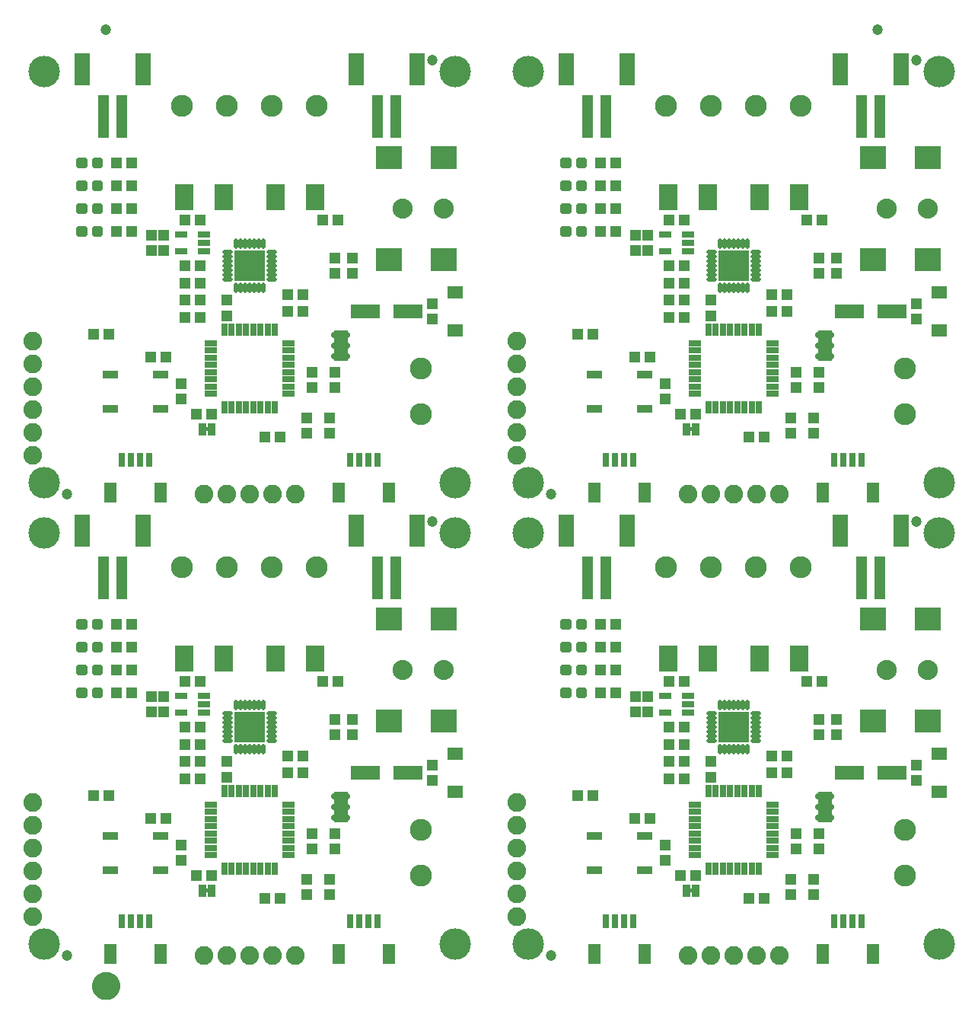
<source format=gts>
G75*
%MOIN*%
%OFA0B0*%
%FSLAX25Y25*%
%IPPOS*%
%LPD*%
%AMOC8*
5,1,8,0,0,1.08239X$1,22.5*
%
%ADD10R,0.04737X0.05131*%
%ADD11C,0.13800*%
%ADD12R,0.07887X0.11430*%
%ADD13R,0.05131X0.04737*%
%ADD14R,0.06587X0.05800*%
%ADD15R,0.11824X0.10249*%
%ADD16C,0.08800*%
%ADD17R,0.12611X0.06312*%
%ADD18C,0.01981*%
%ADD19R,0.13300X0.13300*%
%ADD20C,0.08200*%
%ADD21R,0.05524X0.08674*%
%ADD22R,0.03162X0.06115*%
%ADD23R,0.03300X0.05800*%
%ADD24C,0.00500*%
%ADD25C,0.01990*%
%ADD26C,0.02572*%
%ADD27R,0.06040X0.13760*%
%ADD28R,0.05800X0.03000*%
%ADD29R,0.03000X0.05800*%
%ADD30R,0.06800X0.03800*%
%ADD31R,0.04737X0.18910*%
%ADD32R,0.07099X0.14186*%
%ADD33C,0.09658*%
%ADD34R,0.05524X0.02965*%
%ADD35C,0.04737*%
%ADD36C,0.05000*%
%ADD37C,0.06706*%
D10*
X0108750Y0075154D03*
X0108750Y0081846D03*
X0128750Y0111654D03*
X0128750Y0118346D03*
X0101250Y0140154D03*
X0095750Y0140154D03*
X0095750Y0146846D03*
X0101250Y0146846D03*
X0166250Y0086846D03*
X0166250Y0080154D03*
X0176250Y0080154D03*
X0176250Y0086846D03*
X0173750Y0066846D03*
X0173750Y0060154D03*
X0163750Y0060154D03*
X0163750Y0066846D03*
X0218750Y0110154D03*
X0218750Y0116846D03*
X0183750Y0130154D03*
X0183750Y0136846D03*
X0176250Y0136846D03*
X0176250Y0130154D03*
X0307750Y0140154D03*
X0313250Y0140154D03*
X0313250Y0146846D03*
X0307750Y0146846D03*
X0340750Y0118346D03*
X0340750Y0111654D03*
X0320750Y0081846D03*
X0320750Y0075154D03*
X0375750Y0066846D03*
X0375750Y0060154D03*
X0385750Y0060154D03*
X0385750Y0066846D03*
X0388250Y0080154D03*
X0388250Y0086846D03*
X0378250Y0086846D03*
X0378250Y0080154D03*
X0430750Y0110154D03*
X0430750Y0116846D03*
X0395750Y0130154D03*
X0395750Y0136846D03*
X0388250Y0136846D03*
X0388250Y0130154D03*
X0385750Y0262154D03*
X0385750Y0268846D03*
X0375750Y0268846D03*
X0375750Y0262154D03*
X0378250Y0282154D03*
X0378250Y0288846D03*
X0388250Y0288846D03*
X0388250Y0282154D03*
X0430750Y0312154D03*
X0430750Y0318846D03*
X0395750Y0332154D03*
X0395750Y0338846D03*
X0388250Y0338846D03*
X0388250Y0332154D03*
X0340750Y0320346D03*
X0340750Y0313654D03*
X0313250Y0342154D03*
X0307750Y0342154D03*
X0307750Y0348846D03*
X0313250Y0348846D03*
X0320750Y0283846D03*
X0320750Y0277154D03*
X0218750Y0312154D03*
X0218750Y0318846D03*
X0183750Y0332154D03*
X0183750Y0338846D03*
X0176250Y0338846D03*
X0176250Y0332154D03*
X0128750Y0320346D03*
X0128750Y0313654D03*
X0101250Y0342154D03*
X0095750Y0342154D03*
X0095750Y0348846D03*
X0101250Y0348846D03*
X0166250Y0288846D03*
X0166250Y0282154D03*
X0176250Y0282154D03*
X0176250Y0288846D03*
X0173750Y0268846D03*
X0173750Y0262154D03*
X0163750Y0262154D03*
X0163750Y0268846D03*
X0108750Y0277154D03*
X0108750Y0283846D03*
D11*
X0048750Y0038500D03*
X0228750Y0038500D03*
X0260750Y0038500D03*
X0440750Y0038500D03*
X0440750Y0218500D03*
X0440750Y0240500D03*
X0260750Y0240500D03*
X0260750Y0218500D03*
X0228750Y0218500D03*
X0228750Y0240500D03*
X0048750Y0240500D03*
X0048750Y0218500D03*
X0048750Y0420500D03*
X0228750Y0420500D03*
X0260750Y0420500D03*
X0440750Y0420500D03*
D12*
X0379411Y0365500D03*
X0362089Y0365500D03*
X0339411Y0365500D03*
X0322089Y0365500D03*
X0167411Y0365500D03*
X0150089Y0365500D03*
X0127411Y0365500D03*
X0110089Y0365500D03*
X0110089Y0163500D03*
X0127411Y0163500D03*
X0150089Y0163500D03*
X0167411Y0163500D03*
X0322089Y0163500D03*
X0339411Y0163500D03*
X0362089Y0163500D03*
X0379411Y0163500D03*
D13*
X0382904Y0153500D03*
X0389596Y0153500D03*
X0374096Y0121000D03*
X0367404Y0121000D03*
X0367404Y0113500D03*
X0374096Y0113500D03*
X0329096Y0111000D03*
X0322404Y0111000D03*
X0322404Y0118500D03*
X0329096Y0118500D03*
X0329096Y0126000D03*
X0322404Y0126000D03*
X0322404Y0133500D03*
X0329096Y0133500D03*
X0329096Y0153500D03*
X0322404Y0153500D03*
X0299096Y0148500D03*
X0292404Y0148500D03*
X0292404Y0158500D03*
X0299096Y0158500D03*
X0299096Y0168500D03*
X0292404Y0168500D03*
X0292404Y0178500D03*
X0299096Y0178500D03*
X0289096Y0103500D03*
X0282404Y0103500D03*
X0307404Y0093500D03*
X0314096Y0093500D03*
X0327404Y0068500D03*
X0334096Y0068500D03*
X0357404Y0058500D03*
X0364096Y0058500D03*
X0177596Y0153500D03*
X0170904Y0153500D03*
X0162096Y0121000D03*
X0155404Y0121000D03*
X0155404Y0113500D03*
X0162096Y0113500D03*
X0117096Y0111000D03*
X0110404Y0111000D03*
X0110404Y0118500D03*
X0117096Y0118500D03*
X0117096Y0126000D03*
X0110404Y0126000D03*
X0110404Y0133500D03*
X0117096Y0133500D03*
X0117096Y0153500D03*
X0110404Y0153500D03*
X0087096Y0148500D03*
X0080404Y0148500D03*
X0080404Y0158500D03*
X0087096Y0158500D03*
X0087096Y0168500D03*
X0080404Y0168500D03*
X0080404Y0178500D03*
X0087096Y0178500D03*
X0077096Y0103500D03*
X0070404Y0103500D03*
X0095404Y0093500D03*
X0102096Y0093500D03*
X0115404Y0068500D03*
X0122096Y0068500D03*
X0145404Y0058500D03*
X0152096Y0058500D03*
X0152096Y0260500D03*
X0145404Y0260500D03*
X0122096Y0270500D03*
X0115404Y0270500D03*
X0102096Y0295500D03*
X0095404Y0295500D03*
X0077096Y0305500D03*
X0070404Y0305500D03*
X0110404Y0313000D03*
X0117096Y0313000D03*
X0117096Y0320500D03*
X0110404Y0320500D03*
X0110404Y0328000D03*
X0117096Y0328000D03*
X0117096Y0335500D03*
X0110404Y0335500D03*
X0110404Y0355500D03*
X0117096Y0355500D03*
X0087096Y0350500D03*
X0080404Y0350500D03*
X0080404Y0360500D03*
X0087096Y0360500D03*
X0087096Y0370500D03*
X0080404Y0370500D03*
X0080404Y0380500D03*
X0087096Y0380500D03*
X0155404Y0323000D03*
X0162096Y0323000D03*
X0162096Y0315500D03*
X0155404Y0315500D03*
X0170904Y0355500D03*
X0177596Y0355500D03*
X0282404Y0305500D03*
X0289096Y0305500D03*
X0307404Y0295500D03*
X0314096Y0295500D03*
X0322404Y0313000D03*
X0329096Y0313000D03*
X0329096Y0320500D03*
X0322404Y0320500D03*
X0322404Y0328000D03*
X0329096Y0328000D03*
X0329096Y0335500D03*
X0322404Y0335500D03*
X0322404Y0355500D03*
X0329096Y0355500D03*
X0299096Y0350500D03*
X0292404Y0350500D03*
X0292404Y0360500D03*
X0299096Y0360500D03*
X0299096Y0370500D03*
X0292404Y0370500D03*
X0292404Y0380500D03*
X0299096Y0380500D03*
X0367404Y0323000D03*
X0374096Y0323000D03*
X0374096Y0315500D03*
X0367404Y0315500D03*
X0382904Y0355500D03*
X0389596Y0355500D03*
X0334096Y0270500D03*
X0327404Y0270500D03*
X0357404Y0260500D03*
X0364096Y0260500D03*
D14*
X0440750Y0307035D03*
X0440750Y0323965D03*
X0228750Y0323965D03*
X0228750Y0307035D03*
X0228750Y0121965D03*
X0228750Y0105035D03*
X0440750Y0105035D03*
X0440750Y0121965D03*
D15*
X0435750Y0136059D03*
X0411734Y0136059D03*
X0411734Y0180941D03*
X0435750Y0180941D03*
X0435750Y0338059D03*
X0411734Y0338059D03*
X0411734Y0382941D03*
X0435750Y0382941D03*
X0223750Y0382941D03*
X0199734Y0382941D03*
X0199734Y0338059D03*
X0223750Y0338059D03*
X0223750Y0180941D03*
X0199734Y0180941D03*
X0199734Y0136059D03*
X0223750Y0136059D03*
D16*
X0223750Y0158500D03*
X0205750Y0158500D03*
X0417750Y0158500D03*
X0435750Y0158500D03*
X0435750Y0360500D03*
X0417750Y0360500D03*
X0223750Y0360500D03*
X0205750Y0360500D03*
D17*
X0208199Y0315500D03*
X0189301Y0315500D03*
X0401301Y0315500D03*
X0420199Y0315500D03*
X0420199Y0113500D03*
X0401301Y0113500D03*
X0208199Y0113500D03*
X0189301Y0113500D03*
D18*
X0147096Y0127594D02*
X0147096Y0127594D01*
X0149616Y0127594D01*
X0149616Y0127594D01*
X0147096Y0127594D01*
X0147096Y0129563D02*
X0147096Y0129563D01*
X0149616Y0129563D01*
X0149616Y0129563D01*
X0147096Y0129563D01*
X0147096Y0131531D02*
X0147096Y0131531D01*
X0149616Y0131531D01*
X0149616Y0131531D01*
X0147096Y0131531D01*
X0147096Y0133500D02*
X0147096Y0133500D01*
X0149616Y0133500D01*
X0149616Y0133500D01*
X0147096Y0133500D01*
X0147096Y0135469D02*
X0147096Y0135469D01*
X0149616Y0135469D01*
X0149616Y0135469D01*
X0147096Y0135469D01*
X0147096Y0137437D02*
X0147096Y0137437D01*
X0149616Y0137437D01*
X0149616Y0137437D01*
X0147096Y0137437D01*
X0147096Y0139406D02*
X0147096Y0139406D01*
X0149616Y0139406D01*
X0149616Y0139406D01*
X0147096Y0139406D01*
X0144656Y0141846D02*
X0144656Y0141846D01*
X0144656Y0144366D01*
X0144656Y0144366D01*
X0144656Y0141846D01*
X0144656Y0143728D02*
X0144656Y0143728D01*
X0142687Y0141846D02*
X0142687Y0141846D01*
X0142687Y0144366D01*
X0142687Y0144366D01*
X0142687Y0141846D01*
X0142687Y0143728D02*
X0142687Y0143728D01*
X0140719Y0141846D02*
X0140719Y0141846D01*
X0140719Y0144366D01*
X0140719Y0144366D01*
X0140719Y0141846D01*
X0140719Y0143728D02*
X0140719Y0143728D01*
X0138750Y0141846D02*
X0138750Y0141846D01*
X0138750Y0144366D01*
X0138750Y0144366D01*
X0138750Y0141846D01*
X0138750Y0143728D02*
X0138750Y0143728D01*
X0136781Y0141846D02*
X0136781Y0141846D01*
X0136781Y0144366D01*
X0136781Y0144366D01*
X0136781Y0141846D01*
X0136781Y0143728D02*
X0136781Y0143728D01*
X0134813Y0141846D02*
X0134813Y0141846D01*
X0134813Y0144366D01*
X0134813Y0144366D01*
X0134813Y0141846D01*
X0134813Y0143728D02*
X0134813Y0143728D01*
X0132844Y0141846D02*
X0132844Y0141846D01*
X0132844Y0144366D01*
X0132844Y0144366D01*
X0132844Y0141846D01*
X0132844Y0143728D02*
X0132844Y0143728D01*
X0130404Y0139406D02*
X0130404Y0139406D01*
X0127884Y0139406D01*
X0127884Y0139406D01*
X0130404Y0139406D01*
X0130404Y0137437D02*
X0130404Y0137437D01*
X0127884Y0137437D01*
X0127884Y0137437D01*
X0130404Y0137437D01*
X0130404Y0135469D02*
X0130404Y0135469D01*
X0127884Y0135469D01*
X0127884Y0135469D01*
X0130404Y0135469D01*
X0130404Y0133500D02*
X0130404Y0133500D01*
X0127884Y0133500D01*
X0127884Y0133500D01*
X0130404Y0133500D01*
X0130404Y0131531D02*
X0130404Y0131531D01*
X0127884Y0131531D01*
X0127884Y0131531D01*
X0130404Y0131531D01*
X0130404Y0129563D02*
X0130404Y0129563D01*
X0127884Y0129563D01*
X0127884Y0129563D01*
X0130404Y0129563D01*
X0130404Y0127594D02*
X0130404Y0127594D01*
X0127884Y0127594D01*
X0127884Y0127594D01*
X0130404Y0127594D01*
X0132844Y0125154D02*
X0132844Y0125154D01*
X0132844Y0122634D01*
X0132844Y0122634D01*
X0132844Y0125154D01*
X0132844Y0124516D02*
X0132844Y0124516D01*
X0134813Y0125154D02*
X0134813Y0125154D01*
X0134813Y0122634D01*
X0134813Y0122634D01*
X0134813Y0125154D01*
X0134813Y0124516D02*
X0134813Y0124516D01*
X0136781Y0125154D02*
X0136781Y0125154D01*
X0136781Y0122634D01*
X0136781Y0122634D01*
X0136781Y0125154D01*
X0136781Y0124516D02*
X0136781Y0124516D01*
X0138750Y0125154D02*
X0138750Y0125154D01*
X0138750Y0122634D01*
X0138750Y0122634D01*
X0138750Y0125154D01*
X0138750Y0124516D02*
X0138750Y0124516D01*
X0140719Y0125154D02*
X0140719Y0125154D01*
X0140719Y0122634D01*
X0140719Y0122634D01*
X0140719Y0125154D01*
X0140719Y0124516D02*
X0140719Y0124516D01*
X0142687Y0125154D02*
X0142687Y0125154D01*
X0142687Y0122634D01*
X0142687Y0122634D01*
X0142687Y0125154D01*
X0142687Y0124516D02*
X0142687Y0124516D01*
X0144656Y0125154D02*
X0144656Y0125154D01*
X0144656Y0122634D01*
X0144656Y0122634D01*
X0144656Y0125154D01*
X0144656Y0124516D02*
X0144656Y0124516D01*
X0342404Y0127594D02*
X0342404Y0127594D01*
X0339884Y0127594D01*
X0339884Y0127594D01*
X0342404Y0127594D01*
X0342404Y0129563D02*
X0342404Y0129563D01*
X0339884Y0129563D01*
X0339884Y0129563D01*
X0342404Y0129563D01*
X0342404Y0131531D02*
X0342404Y0131531D01*
X0339884Y0131531D01*
X0339884Y0131531D01*
X0342404Y0131531D01*
X0342404Y0133500D02*
X0342404Y0133500D01*
X0339884Y0133500D01*
X0339884Y0133500D01*
X0342404Y0133500D01*
X0342404Y0135469D02*
X0342404Y0135469D01*
X0339884Y0135469D01*
X0339884Y0135469D01*
X0342404Y0135469D01*
X0342404Y0137437D02*
X0342404Y0137437D01*
X0339884Y0137437D01*
X0339884Y0137437D01*
X0342404Y0137437D01*
X0342404Y0139406D02*
X0342404Y0139406D01*
X0339884Y0139406D01*
X0339884Y0139406D01*
X0342404Y0139406D01*
X0344844Y0141846D02*
X0344844Y0141846D01*
X0344844Y0144366D01*
X0344844Y0144366D01*
X0344844Y0141846D01*
X0344844Y0143728D02*
X0344844Y0143728D01*
X0346813Y0141846D02*
X0346813Y0141846D01*
X0346813Y0144366D01*
X0346813Y0144366D01*
X0346813Y0141846D01*
X0346813Y0143728D02*
X0346813Y0143728D01*
X0348781Y0141846D02*
X0348781Y0141846D01*
X0348781Y0144366D01*
X0348781Y0144366D01*
X0348781Y0141846D01*
X0348781Y0143728D02*
X0348781Y0143728D01*
X0350750Y0141846D02*
X0350750Y0141846D01*
X0350750Y0144366D01*
X0350750Y0144366D01*
X0350750Y0141846D01*
X0350750Y0143728D02*
X0350750Y0143728D01*
X0352719Y0141846D02*
X0352719Y0141846D01*
X0352719Y0144366D01*
X0352719Y0144366D01*
X0352719Y0141846D01*
X0352719Y0143728D02*
X0352719Y0143728D01*
X0354687Y0141846D02*
X0354687Y0141846D01*
X0354687Y0144366D01*
X0354687Y0144366D01*
X0354687Y0141846D01*
X0354687Y0143728D02*
X0354687Y0143728D01*
X0356656Y0141846D02*
X0356656Y0141846D01*
X0356656Y0144366D01*
X0356656Y0144366D01*
X0356656Y0141846D01*
X0356656Y0143728D02*
X0356656Y0143728D01*
X0359096Y0139406D02*
X0359096Y0139406D01*
X0361616Y0139406D01*
X0361616Y0139406D01*
X0359096Y0139406D01*
X0359096Y0137437D02*
X0359096Y0137437D01*
X0361616Y0137437D01*
X0361616Y0137437D01*
X0359096Y0137437D01*
X0359096Y0135469D02*
X0359096Y0135469D01*
X0361616Y0135469D01*
X0361616Y0135469D01*
X0359096Y0135469D01*
X0359096Y0133500D02*
X0359096Y0133500D01*
X0361616Y0133500D01*
X0361616Y0133500D01*
X0359096Y0133500D01*
X0359096Y0131531D02*
X0359096Y0131531D01*
X0361616Y0131531D01*
X0361616Y0131531D01*
X0359096Y0131531D01*
X0359096Y0129563D02*
X0359096Y0129563D01*
X0361616Y0129563D01*
X0361616Y0129563D01*
X0359096Y0129563D01*
X0359096Y0127594D02*
X0359096Y0127594D01*
X0361616Y0127594D01*
X0361616Y0127594D01*
X0359096Y0127594D01*
X0356656Y0125154D02*
X0356656Y0125154D01*
X0356656Y0122634D01*
X0356656Y0122634D01*
X0356656Y0125154D01*
X0356656Y0124516D02*
X0356656Y0124516D01*
X0354687Y0125154D02*
X0354687Y0125154D01*
X0354687Y0122634D01*
X0354687Y0122634D01*
X0354687Y0125154D01*
X0354687Y0124516D02*
X0354687Y0124516D01*
X0352719Y0125154D02*
X0352719Y0125154D01*
X0352719Y0122634D01*
X0352719Y0122634D01*
X0352719Y0125154D01*
X0352719Y0124516D02*
X0352719Y0124516D01*
X0350750Y0125154D02*
X0350750Y0125154D01*
X0350750Y0122634D01*
X0350750Y0122634D01*
X0350750Y0125154D01*
X0350750Y0124516D02*
X0350750Y0124516D01*
X0348781Y0125154D02*
X0348781Y0125154D01*
X0348781Y0122634D01*
X0348781Y0122634D01*
X0348781Y0125154D01*
X0348781Y0124516D02*
X0348781Y0124516D01*
X0346813Y0125154D02*
X0346813Y0125154D01*
X0346813Y0122634D01*
X0346813Y0122634D01*
X0346813Y0125154D01*
X0346813Y0124516D02*
X0346813Y0124516D01*
X0344844Y0125154D02*
X0344844Y0125154D01*
X0344844Y0122634D01*
X0344844Y0122634D01*
X0344844Y0125154D01*
X0344844Y0124516D02*
X0344844Y0124516D01*
X0344844Y0327154D02*
X0344844Y0327154D01*
X0344844Y0324634D01*
X0344844Y0324634D01*
X0344844Y0327154D01*
X0344844Y0326516D02*
X0344844Y0326516D01*
X0346813Y0327154D02*
X0346813Y0327154D01*
X0346813Y0324634D01*
X0346813Y0324634D01*
X0346813Y0327154D01*
X0346813Y0326516D02*
X0346813Y0326516D01*
X0348781Y0327154D02*
X0348781Y0327154D01*
X0348781Y0324634D01*
X0348781Y0324634D01*
X0348781Y0327154D01*
X0348781Y0326516D02*
X0348781Y0326516D01*
X0350750Y0327154D02*
X0350750Y0327154D01*
X0350750Y0324634D01*
X0350750Y0324634D01*
X0350750Y0327154D01*
X0350750Y0326516D02*
X0350750Y0326516D01*
X0352719Y0327154D02*
X0352719Y0327154D01*
X0352719Y0324634D01*
X0352719Y0324634D01*
X0352719Y0327154D01*
X0352719Y0326516D02*
X0352719Y0326516D01*
X0354687Y0327154D02*
X0354687Y0327154D01*
X0354687Y0324634D01*
X0354687Y0324634D01*
X0354687Y0327154D01*
X0354687Y0326516D02*
X0354687Y0326516D01*
X0356656Y0327154D02*
X0356656Y0327154D01*
X0356656Y0324634D01*
X0356656Y0324634D01*
X0356656Y0327154D01*
X0356656Y0326516D02*
X0356656Y0326516D01*
X0359096Y0329594D02*
X0359096Y0329594D01*
X0361616Y0329594D01*
X0361616Y0329594D01*
X0359096Y0329594D01*
X0359096Y0331563D02*
X0359096Y0331563D01*
X0361616Y0331563D01*
X0361616Y0331563D01*
X0359096Y0331563D01*
X0359096Y0333531D02*
X0359096Y0333531D01*
X0361616Y0333531D01*
X0361616Y0333531D01*
X0359096Y0333531D01*
X0359096Y0335500D02*
X0359096Y0335500D01*
X0361616Y0335500D01*
X0361616Y0335500D01*
X0359096Y0335500D01*
X0359096Y0337469D02*
X0359096Y0337469D01*
X0361616Y0337469D01*
X0361616Y0337469D01*
X0359096Y0337469D01*
X0359096Y0339437D02*
X0359096Y0339437D01*
X0361616Y0339437D01*
X0361616Y0339437D01*
X0359096Y0339437D01*
X0359096Y0341406D02*
X0359096Y0341406D01*
X0361616Y0341406D01*
X0361616Y0341406D01*
X0359096Y0341406D01*
X0356656Y0343846D02*
X0356656Y0343846D01*
X0356656Y0346366D01*
X0356656Y0346366D01*
X0356656Y0343846D01*
X0356656Y0345728D02*
X0356656Y0345728D01*
X0354687Y0343846D02*
X0354687Y0343846D01*
X0354687Y0346366D01*
X0354687Y0346366D01*
X0354687Y0343846D01*
X0354687Y0345728D02*
X0354687Y0345728D01*
X0352719Y0343846D02*
X0352719Y0343846D01*
X0352719Y0346366D01*
X0352719Y0346366D01*
X0352719Y0343846D01*
X0352719Y0345728D02*
X0352719Y0345728D01*
X0350750Y0343846D02*
X0350750Y0343846D01*
X0350750Y0346366D01*
X0350750Y0346366D01*
X0350750Y0343846D01*
X0350750Y0345728D02*
X0350750Y0345728D01*
X0348781Y0343846D02*
X0348781Y0343846D01*
X0348781Y0346366D01*
X0348781Y0346366D01*
X0348781Y0343846D01*
X0348781Y0345728D02*
X0348781Y0345728D01*
X0346813Y0343846D02*
X0346813Y0343846D01*
X0346813Y0346366D01*
X0346813Y0346366D01*
X0346813Y0343846D01*
X0346813Y0345728D02*
X0346813Y0345728D01*
X0344844Y0343846D02*
X0344844Y0343846D01*
X0344844Y0346366D01*
X0344844Y0346366D01*
X0344844Y0343846D01*
X0344844Y0345728D02*
X0344844Y0345728D01*
X0342404Y0341406D02*
X0342404Y0341406D01*
X0339884Y0341406D01*
X0339884Y0341406D01*
X0342404Y0341406D01*
X0342404Y0339437D02*
X0342404Y0339437D01*
X0339884Y0339437D01*
X0339884Y0339437D01*
X0342404Y0339437D01*
X0342404Y0337469D02*
X0342404Y0337469D01*
X0339884Y0337469D01*
X0339884Y0337469D01*
X0342404Y0337469D01*
X0342404Y0335500D02*
X0342404Y0335500D01*
X0339884Y0335500D01*
X0339884Y0335500D01*
X0342404Y0335500D01*
X0342404Y0333531D02*
X0342404Y0333531D01*
X0339884Y0333531D01*
X0339884Y0333531D01*
X0342404Y0333531D01*
X0342404Y0331563D02*
X0342404Y0331563D01*
X0339884Y0331563D01*
X0339884Y0331563D01*
X0342404Y0331563D01*
X0342404Y0329594D02*
X0342404Y0329594D01*
X0339884Y0329594D01*
X0339884Y0329594D01*
X0342404Y0329594D01*
X0147096Y0329594D02*
X0147096Y0329594D01*
X0149616Y0329594D01*
X0149616Y0329594D01*
X0147096Y0329594D01*
X0147096Y0331563D02*
X0147096Y0331563D01*
X0149616Y0331563D01*
X0149616Y0331563D01*
X0147096Y0331563D01*
X0147096Y0333531D02*
X0147096Y0333531D01*
X0149616Y0333531D01*
X0149616Y0333531D01*
X0147096Y0333531D01*
X0147096Y0335500D02*
X0147096Y0335500D01*
X0149616Y0335500D01*
X0149616Y0335500D01*
X0147096Y0335500D01*
X0147096Y0337469D02*
X0147096Y0337469D01*
X0149616Y0337469D01*
X0149616Y0337469D01*
X0147096Y0337469D01*
X0147096Y0339437D02*
X0147096Y0339437D01*
X0149616Y0339437D01*
X0149616Y0339437D01*
X0147096Y0339437D01*
X0147096Y0341406D02*
X0147096Y0341406D01*
X0149616Y0341406D01*
X0149616Y0341406D01*
X0147096Y0341406D01*
X0144656Y0343846D02*
X0144656Y0343846D01*
X0144656Y0346366D01*
X0144656Y0346366D01*
X0144656Y0343846D01*
X0144656Y0345728D02*
X0144656Y0345728D01*
X0142687Y0343846D02*
X0142687Y0343846D01*
X0142687Y0346366D01*
X0142687Y0346366D01*
X0142687Y0343846D01*
X0142687Y0345728D02*
X0142687Y0345728D01*
X0140719Y0343846D02*
X0140719Y0343846D01*
X0140719Y0346366D01*
X0140719Y0346366D01*
X0140719Y0343846D01*
X0140719Y0345728D02*
X0140719Y0345728D01*
X0138750Y0343846D02*
X0138750Y0343846D01*
X0138750Y0346366D01*
X0138750Y0346366D01*
X0138750Y0343846D01*
X0138750Y0345728D02*
X0138750Y0345728D01*
X0136781Y0343846D02*
X0136781Y0343846D01*
X0136781Y0346366D01*
X0136781Y0346366D01*
X0136781Y0343846D01*
X0136781Y0345728D02*
X0136781Y0345728D01*
X0134813Y0343846D02*
X0134813Y0343846D01*
X0134813Y0346366D01*
X0134813Y0346366D01*
X0134813Y0343846D01*
X0134813Y0345728D02*
X0134813Y0345728D01*
X0132844Y0343846D02*
X0132844Y0343846D01*
X0132844Y0346366D01*
X0132844Y0346366D01*
X0132844Y0343846D01*
X0132844Y0345728D02*
X0132844Y0345728D01*
X0130404Y0341406D02*
X0130404Y0341406D01*
X0127884Y0341406D01*
X0127884Y0341406D01*
X0130404Y0341406D01*
X0130404Y0339437D02*
X0130404Y0339437D01*
X0127884Y0339437D01*
X0127884Y0339437D01*
X0130404Y0339437D01*
X0130404Y0337469D02*
X0130404Y0337469D01*
X0127884Y0337469D01*
X0127884Y0337469D01*
X0130404Y0337469D01*
X0130404Y0335500D02*
X0130404Y0335500D01*
X0127884Y0335500D01*
X0127884Y0335500D01*
X0130404Y0335500D01*
X0130404Y0333531D02*
X0130404Y0333531D01*
X0127884Y0333531D01*
X0127884Y0333531D01*
X0130404Y0333531D01*
X0130404Y0331563D02*
X0130404Y0331563D01*
X0127884Y0331563D01*
X0127884Y0331563D01*
X0130404Y0331563D01*
X0130404Y0329594D02*
X0130404Y0329594D01*
X0127884Y0329594D01*
X0127884Y0329594D01*
X0130404Y0329594D01*
X0132844Y0327154D02*
X0132844Y0327154D01*
X0132844Y0324634D01*
X0132844Y0324634D01*
X0132844Y0327154D01*
X0132844Y0326516D02*
X0132844Y0326516D01*
X0134813Y0327154D02*
X0134813Y0327154D01*
X0134813Y0324634D01*
X0134813Y0324634D01*
X0134813Y0327154D01*
X0134813Y0326516D02*
X0134813Y0326516D01*
X0136781Y0327154D02*
X0136781Y0327154D01*
X0136781Y0324634D01*
X0136781Y0324634D01*
X0136781Y0327154D01*
X0136781Y0326516D02*
X0136781Y0326516D01*
X0138750Y0327154D02*
X0138750Y0327154D01*
X0138750Y0324634D01*
X0138750Y0324634D01*
X0138750Y0327154D01*
X0138750Y0326516D02*
X0138750Y0326516D01*
X0140719Y0327154D02*
X0140719Y0327154D01*
X0140719Y0324634D01*
X0140719Y0324634D01*
X0140719Y0327154D01*
X0140719Y0326516D02*
X0140719Y0326516D01*
X0142687Y0327154D02*
X0142687Y0327154D01*
X0142687Y0324634D01*
X0142687Y0324634D01*
X0142687Y0327154D01*
X0142687Y0326516D02*
X0142687Y0326516D01*
X0144656Y0327154D02*
X0144656Y0327154D01*
X0144656Y0324634D01*
X0144656Y0324634D01*
X0144656Y0327154D01*
X0144656Y0326516D02*
X0144656Y0326516D01*
D19*
X0138750Y0335500D03*
X0350750Y0335500D03*
X0350750Y0133500D03*
X0138750Y0133500D03*
D20*
X0043750Y0100500D03*
X0043750Y0090500D03*
X0043750Y0080500D03*
X0043750Y0070500D03*
X0043750Y0060500D03*
X0043750Y0050500D03*
X0118750Y0033500D03*
X0128750Y0033500D03*
X0138750Y0033500D03*
X0148750Y0033500D03*
X0158750Y0033500D03*
X0255750Y0050500D03*
X0255750Y0060500D03*
X0255750Y0070500D03*
X0255750Y0080500D03*
X0255750Y0090500D03*
X0255750Y0100500D03*
X0330750Y0033500D03*
X0340750Y0033500D03*
X0350750Y0033500D03*
X0360750Y0033500D03*
X0370750Y0033500D03*
X0370750Y0235500D03*
X0360750Y0235500D03*
X0350750Y0235500D03*
X0340750Y0235500D03*
X0330750Y0235500D03*
X0255750Y0252500D03*
X0255750Y0262500D03*
X0255750Y0272500D03*
X0255750Y0282500D03*
X0255750Y0292500D03*
X0255750Y0302500D03*
X0158750Y0235500D03*
X0148750Y0235500D03*
X0138750Y0235500D03*
X0128750Y0235500D03*
X0118750Y0235500D03*
X0043750Y0252500D03*
X0043750Y0262500D03*
X0043750Y0272500D03*
X0043750Y0282500D03*
X0043750Y0292500D03*
X0043750Y0302500D03*
D21*
X0077726Y0236031D03*
X0099774Y0236031D03*
X0177726Y0236031D03*
X0199774Y0236031D03*
X0289726Y0236031D03*
X0311774Y0236031D03*
X0389726Y0236031D03*
X0411774Y0236031D03*
X0411774Y0034031D03*
X0389726Y0034031D03*
X0311774Y0034031D03*
X0289726Y0034031D03*
X0199774Y0034031D03*
X0177726Y0034031D03*
X0099774Y0034031D03*
X0077726Y0034031D03*
D22*
X0082844Y0048500D03*
X0086781Y0048500D03*
X0090719Y0048500D03*
X0094656Y0048500D03*
X0182844Y0048500D03*
X0186781Y0048500D03*
X0190719Y0048500D03*
X0194656Y0048500D03*
X0294844Y0048500D03*
X0298781Y0048500D03*
X0302719Y0048500D03*
X0306656Y0048500D03*
X0394844Y0048500D03*
X0398781Y0048500D03*
X0402719Y0048500D03*
X0406656Y0048500D03*
X0406656Y0250500D03*
X0402719Y0250500D03*
X0398781Y0250500D03*
X0394844Y0250500D03*
X0306656Y0250500D03*
X0302719Y0250500D03*
X0298781Y0250500D03*
X0294844Y0250500D03*
X0194656Y0250500D03*
X0190719Y0250500D03*
X0186781Y0250500D03*
X0182844Y0250500D03*
X0094656Y0250500D03*
X0090719Y0250500D03*
X0086781Y0250500D03*
X0082844Y0250500D03*
D23*
X0118250Y0264000D03*
X0122250Y0264000D03*
X0330250Y0264000D03*
X0334250Y0264000D03*
X0334250Y0062000D03*
X0330250Y0062000D03*
X0122250Y0062000D03*
X0118250Y0062000D03*
D24*
X0119500Y0061900D02*
X0121000Y0061900D01*
X0121000Y0061500D02*
X0121000Y0062500D01*
X0119500Y0062500D01*
X0119500Y0061500D01*
X0121000Y0061500D01*
X0121000Y0062399D02*
X0119500Y0062399D01*
X0331500Y0062399D02*
X0333000Y0062399D01*
X0333000Y0062500D02*
X0333000Y0061500D01*
X0331500Y0061500D01*
X0331500Y0062500D01*
X0333000Y0062500D01*
X0333000Y0061900D02*
X0331500Y0061900D01*
X0331500Y0263500D02*
X0331500Y0264500D01*
X0333000Y0264500D01*
X0333000Y0263500D01*
X0331500Y0263500D01*
X0331500Y0263797D02*
X0333000Y0263797D01*
X0333000Y0264296D02*
X0331500Y0264296D01*
X0121000Y0264296D02*
X0119500Y0264296D01*
X0119500Y0264500D02*
X0121000Y0264500D01*
X0121000Y0263500D01*
X0119500Y0263500D01*
X0119500Y0264500D01*
X0119500Y0263797D02*
X0121000Y0263797D01*
D25*
X0073576Y0179873D02*
X0073576Y0177127D01*
X0070830Y0177127D01*
X0070830Y0179873D01*
X0073576Y0179873D01*
X0073576Y0179017D02*
X0070830Y0179017D01*
X0066670Y0179873D02*
X0066670Y0177127D01*
X0063924Y0177127D01*
X0063924Y0179873D01*
X0066670Y0179873D01*
X0066670Y0179017D02*
X0063924Y0179017D01*
X0066670Y0169873D02*
X0066670Y0167127D01*
X0063924Y0167127D01*
X0063924Y0169873D01*
X0066670Y0169873D01*
X0066670Y0169017D02*
X0063924Y0169017D01*
X0073576Y0169873D02*
X0073576Y0167127D01*
X0070830Y0167127D01*
X0070830Y0169873D01*
X0073576Y0169873D01*
X0073576Y0169017D02*
X0070830Y0169017D01*
X0073576Y0159873D02*
X0073576Y0157127D01*
X0070830Y0157127D01*
X0070830Y0159873D01*
X0073576Y0159873D01*
X0073576Y0159017D02*
X0070830Y0159017D01*
X0066670Y0159873D02*
X0066670Y0157127D01*
X0063924Y0157127D01*
X0063924Y0159873D01*
X0066670Y0159873D01*
X0066670Y0159017D02*
X0063924Y0159017D01*
X0066670Y0149873D02*
X0066670Y0147127D01*
X0063924Y0147127D01*
X0063924Y0149873D01*
X0066670Y0149873D01*
X0066670Y0149017D02*
X0063924Y0149017D01*
X0073576Y0149873D02*
X0073576Y0147127D01*
X0070830Y0147127D01*
X0070830Y0149873D01*
X0073576Y0149873D01*
X0073576Y0149017D02*
X0070830Y0149017D01*
X0278670Y0149873D02*
X0278670Y0147127D01*
X0275924Y0147127D01*
X0275924Y0149873D01*
X0278670Y0149873D01*
X0278670Y0149017D02*
X0275924Y0149017D01*
X0285576Y0149873D02*
X0285576Y0147127D01*
X0282830Y0147127D01*
X0282830Y0149873D01*
X0285576Y0149873D01*
X0285576Y0149017D02*
X0282830Y0149017D01*
X0285576Y0157127D02*
X0285576Y0159873D01*
X0285576Y0157127D02*
X0282830Y0157127D01*
X0282830Y0159873D01*
X0285576Y0159873D01*
X0285576Y0159017D02*
X0282830Y0159017D01*
X0278670Y0159873D02*
X0278670Y0157127D01*
X0275924Y0157127D01*
X0275924Y0159873D01*
X0278670Y0159873D01*
X0278670Y0159017D02*
X0275924Y0159017D01*
X0278670Y0167127D02*
X0278670Y0169873D01*
X0278670Y0167127D02*
X0275924Y0167127D01*
X0275924Y0169873D01*
X0278670Y0169873D01*
X0278670Y0169017D02*
X0275924Y0169017D01*
X0285576Y0169873D02*
X0285576Y0167127D01*
X0282830Y0167127D01*
X0282830Y0169873D01*
X0285576Y0169873D01*
X0285576Y0169017D02*
X0282830Y0169017D01*
X0285576Y0177127D02*
X0285576Y0179873D01*
X0285576Y0177127D02*
X0282830Y0177127D01*
X0282830Y0179873D01*
X0285576Y0179873D01*
X0285576Y0179017D02*
X0282830Y0179017D01*
X0278670Y0179873D02*
X0278670Y0177127D01*
X0275924Y0177127D01*
X0275924Y0179873D01*
X0278670Y0179873D01*
X0278670Y0179017D02*
X0275924Y0179017D01*
X0278670Y0349127D02*
X0278670Y0351873D01*
X0278670Y0349127D02*
X0275924Y0349127D01*
X0275924Y0351873D01*
X0278670Y0351873D01*
X0278670Y0351017D02*
X0275924Y0351017D01*
X0285576Y0351873D02*
X0285576Y0349127D01*
X0282830Y0349127D01*
X0282830Y0351873D01*
X0285576Y0351873D01*
X0285576Y0351017D02*
X0282830Y0351017D01*
X0285576Y0359127D02*
X0285576Y0361873D01*
X0285576Y0359127D02*
X0282830Y0359127D01*
X0282830Y0361873D01*
X0285576Y0361873D01*
X0285576Y0361017D02*
X0282830Y0361017D01*
X0278670Y0361873D02*
X0278670Y0359127D01*
X0275924Y0359127D01*
X0275924Y0361873D01*
X0278670Y0361873D01*
X0278670Y0361017D02*
X0275924Y0361017D01*
X0278670Y0369127D02*
X0278670Y0371873D01*
X0278670Y0369127D02*
X0275924Y0369127D01*
X0275924Y0371873D01*
X0278670Y0371873D01*
X0278670Y0371017D02*
X0275924Y0371017D01*
X0285576Y0371873D02*
X0285576Y0369127D01*
X0282830Y0369127D01*
X0282830Y0371873D01*
X0285576Y0371873D01*
X0285576Y0371017D02*
X0282830Y0371017D01*
X0285576Y0379127D02*
X0285576Y0381873D01*
X0285576Y0379127D02*
X0282830Y0379127D01*
X0282830Y0381873D01*
X0285576Y0381873D01*
X0285576Y0381017D02*
X0282830Y0381017D01*
X0278670Y0381873D02*
X0278670Y0379127D01*
X0275924Y0379127D01*
X0275924Y0381873D01*
X0278670Y0381873D01*
X0278670Y0381017D02*
X0275924Y0381017D01*
X0073576Y0381873D02*
X0073576Y0379127D01*
X0070830Y0379127D01*
X0070830Y0381873D01*
X0073576Y0381873D01*
X0073576Y0381017D02*
X0070830Y0381017D01*
X0066670Y0381873D02*
X0066670Y0379127D01*
X0063924Y0379127D01*
X0063924Y0381873D01*
X0066670Y0381873D01*
X0066670Y0381017D02*
X0063924Y0381017D01*
X0066670Y0371873D02*
X0066670Y0369127D01*
X0063924Y0369127D01*
X0063924Y0371873D01*
X0066670Y0371873D01*
X0066670Y0371017D02*
X0063924Y0371017D01*
X0073576Y0371873D02*
X0073576Y0369127D01*
X0070830Y0369127D01*
X0070830Y0371873D01*
X0073576Y0371873D01*
X0073576Y0371017D02*
X0070830Y0371017D01*
X0073576Y0361873D02*
X0073576Y0359127D01*
X0070830Y0359127D01*
X0070830Y0361873D01*
X0073576Y0361873D01*
X0073576Y0361017D02*
X0070830Y0361017D01*
X0066670Y0361873D02*
X0066670Y0359127D01*
X0063924Y0359127D01*
X0063924Y0361873D01*
X0066670Y0361873D01*
X0066670Y0361017D02*
X0063924Y0361017D01*
X0066670Y0351873D02*
X0066670Y0349127D01*
X0063924Y0349127D01*
X0063924Y0351873D01*
X0066670Y0351873D01*
X0066670Y0351017D02*
X0063924Y0351017D01*
X0073576Y0351873D02*
X0073576Y0349127D01*
X0070830Y0349127D01*
X0070830Y0351873D01*
X0073576Y0351873D01*
X0073576Y0351017D02*
X0070830Y0351017D01*
D26*
X0175886Y0305224D02*
X0181614Y0305224D01*
X0181614Y0300500D02*
X0175886Y0300500D01*
X0175886Y0295776D02*
X0181614Y0295776D01*
X0387886Y0295776D02*
X0393614Y0295776D01*
X0393614Y0300500D02*
X0387886Y0300500D01*
X0387886Y0305224D02*
X0393614Y0305224D01*
X0393614Y0103224D02*
X0387886Y0103224D01*
X0387886Y0098500D02*
X0393614Y0098500D01*
X0393614Y0093776D02*
X0387886Y0093776D01*
X0181614Y0093776D02*
X0175886Y0093776D01*
X0175886Y0098500D02*
X0181614Y0098500D01*
X0181614Y0103224D02*
X0175886Y0103224D01*
D27*
X0178760Y0098490D03*
X0390760Y0098490D03*
X0390760Y0300490D03*
X0178760Y0300490D03*
D28*
X0155650Y0301524D03*
X0155650Y0298374D03*
X0155650Y0295224D03*
X0155650Y0292075D03*
X0155650Y0288925D03*
X0155650Y0285776D03*
X0155650Y0282626D03*
X0155650Y0279476D03*
X0121850Y0279476D03*
X0121850Y0282626D03*
X0121850Y0285776D03*
X0121850Y0288925D03*
X0121850Y0292075D03*
X0121850Y0295224D03*
X0121850Y0298374D03*
X0121850Y0301524D03*
X0333850Y0301524D03*
X0333850Y0298374D03*
X0333850Y0295224D03*
X0333850Y0292075D03*
X0333850Y0288925D03*
X0333850Y0285776D03*
X0333850Y0282626D03*
X0333850Y0279476D03*
X0367650Y0279476D03*
X0367650Y0282626D03*
X0367650Y0285776D03*
X0367650Y0288925D03*
X0367650Y0292075D03*
X0367650Y0295224D03*
X0367650Y0298374D03*
X0367650Y0301524D03*
X0367650Y0099524D03*
X0367650Y0096374D03*
X0367650Y0093224D03*
X0367650Y0090075D03*
X0367650Y0086925D03*
X0367650Y0083776D03*
X0367650Y0080626D03*
X0367650Y0077476D03*
X0333850Y0077476D03*
X0333850Y0080626D03*
X0333850Y0083776D03*
X0333850Y0086925D03*
X0333850Y0090075D03*
X0333850Y0093224D03*
X0333850Y0096374D03*
X0333850Y0099524D03*
X0155650Y0099524D03*
X0155650Y0096374D03*
X0155650Y0093224D03*
X0155650Y0090075D03*
X0155650Y0086925D03*
X0155650Y0083776D03*
X0155650Y0080626D03*
X0155650Y0077476D03*
X0121850Y0077476D03*
X0121850Y0080626D03*
X0121850Y0083776D03*
X0121850Y0086925D03*
X0121850Y0090075D03*
X0121850Y0093224D03*
X0121850Y0096374D03*
X0121850Y0099524D03*
D29*
X0127726Y0105400D03*
X0130876Y0105400D03*
X0134026Y0105400D03*
X0137175Y0105400D03*
X0140325Y0105400D03*
X0143474Y0105400D03*
X0146624Y0105400D03*
X0149774Y0105400D03*
X0149774Y0071600D03*
X0146624Y0071600D03*
X0143474Y0071600D03*
X0140325Y0071600D03*
X0137175Y0071600D03*
X0134026Y0071600D03*
X0130876Y0071600D03*
X0127726Y0071600D03*
X0339726Y0071600D03*
X0342876Y0071600D03*
X0346026Y0071600D03*
X0349175Y0071600D03*
X0352325Y0071600D03*
X0355474Y0071600D03*
X0358624Y0071600D03*
X0361774Y0071600D03*
X0361774Y0105400D03*
X0358624Y0105400D03*
X0355474Y0105400D03*
X0352325Y0105400D03*
X0349175Y0105400D03*
X0346026Y0105400D03*
X0342876Y0105400D03*
X0339726Y0105400D03*
X0339726Y0273600D03*
X0342876Y0273600D03*
X0346026Y0273600D03*
X0349175Y0273600D03*
X0352325Y0273600D03*
X0355474Y0273600D03*
X0358624Y0273600D03*
X0361774Y0273600D03*
X0361774Y0307400D03*
X0358624Y0307400D03*
X0355474Y0307400D03*
X0352325Y0307400D03*
X0349175Y0307400D03*
X0346026Y0307400D03*
X0342876Y0307400D03*
X0339726Y0307400D03*
X0149774Y0307400D03*
X0146624Y0307400D03*
X0143474Y0307400D03*
X0140325Y0307400D03*
X0137175Y0307400D03*
X0134026Y0307400D03*
X0130876Y0307400D03*
X0127726Y0307400D03*
X0127726Y0273600D03*
X0130876Y0273600D03*
X0134026Y0273600D03*
X0137175Y0273600D03*
X0140325Y0273600D03*
X0143474Y0273600D03*
X0146624Y0273600D03*
X0149774Y0273600D03*
D30*
X0099750Y0273000D03*
X0099750Y0288000D03*
X0077750Y0288000D03*
X0077750Y0273000D03*
X0289750Y0273000D03*
X0289750Y0288000D03*
X0311750Y0288000D03*
X0311750Y0273000D03*
X0311750Y0086000D03*
X0311750Y0071000D03*
X0289750Y0071000D03*
X0289750Y0086000D03*
X0099750Y0086000D03*
X0099750Y0071000D03*
X0077750Y0071000D03*
X0077750Y0086000D03*
D31*
X0074813Y0198933D03*
X0082687Y0198933D03*
X0194813Y0198933D03*
X0202687Y0198933D03*
X0286813Y0198933D03*
X0294687Y0198933D03*
X0406813Y0198933D03*
X0414687Y0198933D03*
X0414687Y0400933D03*
X0406813Y0400933D03*
X0294687Y0400933D03*
X0286813Y0400933D03*
X0202687Y0400933D03*
X0194813Y0400933D03*
X0082687Y0400933D03*
X0074813Y0400933D03*
D32*
X0065364Y0421406D03*
X0092136Y0421406D03*
X0185364Y0421406D03*
X0212136Y0421406D03*
X0277364Y0421406D03*
X0304136Y0421406D03*
X0397364Y0421406D03*
X0424136Y0421406D03*
X0424136Y0219406D03*
X0397364Y0219406D03*
X0304136Y0219406D03*
X0277364Y0219406D03*
X0212136Y0219406D03*
X0185364Y0219406D03*
X0092136Y0219406D03*
X0065364Y0219406D03*
D33*
X0109222Y0203500D03*
X0128907Y0203500D03*
X0148593Y0203500D03*
X0168278Y0203500D03*
X0213750Y0270657D03*
X0213750Y0290343D03*
X0321222Y0203500D03*
X0340907Y0203500D03*
X0360593Y0203500D03*
X0380278Y0203500D03*
X0425750Y0270657D03*
X0425750Y0290343D03*
X0380278Y0405500D03*
X0360593Y0405500D03*
X0340907Y0405500D03*
X0321222Y0405500D03*
X0168278Y0405500D03*
X0148593Y0405500D03*
X0128907Y0405500D03*
X0109222Y0405500D03*
X0213750Y0088343D03*
X0213750Y0068657D03*
X0425750Y0068657D03*
X0425750Y0088343D03*
D34*
X0330869Y0139760D03*
X0330869Y0143500D03*
X0330869Y0147240D03*
X0320631Y0147240D03*
X0320631Y0139760D03*
X0118869Y0139760D03*
X0118869Y0143500D03*
X0118869Y0147240D03*
X0108631Y0147240D03*
X0108631Y0139760D03*
X0108631Y0341760D03*
X0108631Y0349240D03*
X0118869Y0349240D03*
X0118869Y0345500D03*
X0118869Y0341760D03*
X0320631Y0341760D03*
X0320631Y0349240D03*
X0330869Y0349240D03*
X0330869Y0345500D03*
X0330869Y0341760D03*
D35*
X0430750Y0425500D03*
X0413750Y0438750D03*
X0218750Y0425500D03*
X0075750Y0438750D03*
X0058750Y0235500D03*
X0218750Y0223500D03*
X0270750Y0235500D03*
X0430750Y0223500D03*
X0270750Y0033500D03*
X0058750Y0033500D03*
D36*
X0072185Y0020250D02*
X0072187Y0020369D01*
X0072193Y0020488D01*
X0072203Y0020607D01*
X0072217Y0020725D01*
X0072235Y0020843D01*
X0072256Y0020960D01*
X0072282Y0021076D01*
X0072312Y0021192D01*
X0072345Y0021306D01*
X0072382Y0021419D01*
X0072423Y0021531D01*
X0072468Y0021642D01*
X0072516Y0021751D01*
X0072568Y0021858D01*
X0072624Y0021963D01*
X0072683Y0022067D01*
X0072745Y0022168D01*
X0072811Y0022268D01*
X0072880Y0022365D01*
X0072952Y0022459D01*
X0073028Y0022552D01*
X0073106Y0022641D01*
X0073187Y0022728D01*
X0073272Y0022813D01*
X0073359Y0022894D01*
X0073448Y0022972D01*
X0073541Y0023048D01*
X0073635Y0023120D01*
X0073732Y0023189D01*
X0073832Y0023255D01*
X0073933Y0023317D01*
X0074037Y0023376D01*
X0074142Y0023432D01*
X0074249Y0023484D01*
X0074358Y0023532D01*
X0074469Y0023577D01*
X0074581Y0023618D01*
X0074694Y0023655D01*
X0074808Y0023688D01*
X0074924Y0023718D01*
X0075040Y0023744D01*
X0075157Y0023765D01*
X0075275Y0023783D01*
X0075393Y0023797D01*
X0075512Y0023807D01*
X0075631Y0023813D01*
X0075750Y0023815D01*
X0075869Y0023813D01*
X0075988Y0023807D01*
X0076107Y0023797D01*
X0076225Y0023783D01*
X0076343Y0023765D01*
X0076460Y0023744D01*
X0076576Y0023718D01*
X0076692Y0023688D01*
X0076806Y0023655D01*
X0076919Y0023618D01*
X0077031Y0023577D01*
X0077142Y0023532D01*
X0077251Y0023484D01*
X0077358Y0023432D01*
X0077463Y0023376D01*
X0077567Y0023317D01*
X0077668Y0023255D01*
X0077768Y0023189D01*
X0077865Y0023120D01*
X0077959Y0023048D01*
X0078052Y0022972D01*
X0078141Y0022894D01*
X0078228Y0022813D01*
X0078313Y0022728D01*
X0078394Y0022641D01*
X0078472Y0022552D01*
X0078548Y0022459D01*
X0078620Y0022365D01*
X0078689Y0022268D01*
X0078755Y0022168D01*
X0078817Y0022067D01*
X0078876Y0021963D01*
X0078932Y0021858D01*
X0078984Y0021751D01*
X0079032Y0021642D01*
X0079077Y0021531D01*
X0079118Y0021419D01*
X0079155Y0021306D01*
X0079188Y0021192D01*
X0079218Y0021076D01*
X0079244Y0020960D01*
X0079265Y0020843D01*
X0079283Y0020725D01*
X0079297Y0020607D01*
X0079307Y0020488D01*
X0079313Y0020369D01*
X0079315Y0020250D01*
X0079313Y0020131D01*
X0079307Y0020012D01*
X0079297Y0019893D01*
X0079283Y0019775D01*
X0079265Y0019657D01*
X0079244Y0019540D01*
X0079218Y0019424D01*
X0079188Y0019308D01*
X0079155Y0019194D01*
X0079118Y0019081D01*
X0079077Y0018969D01*
X0079032Y0018858D01*
X0078984Y0018749D01*
X0078932Y0018642D01*
X0078876Y0018537D01*
X0078817Y0018433D01*
X0078755Y0018332D01*
X0078689Y0018232D01*
X0078620Y0018135D01*
X0078548Y0018041D01*
X0078472Y0017948D01*
X0078394Y0017859D01*
X0078313Y0017772D01*
X0078228Y0017687D01*
X0078141Y0017606D01*
X0078052Y0017528D01*
X0077959Y0017452D01*
X0077865Y0017380D01*
X0077768Y0017311D01*
X0077668Y0017245D01*
X0077567Y0017183D01*
X0077463Y0017124D01*
X0077358Y0017068D01*
X0077251Y0017016D01*
X0077142Y0016968D01*
X0077031Y0016923D01*
X0076919Y0016882D01*
X0076806Y0016845D01*
X0076692Y0016812D01*
X0076576Y0016782D01*
X0076460Y0016756D01*
X0076343Y0016735D01*
X0076225Y0016717D01*
X0076107Y0016703D01*
X0075988Y0016693D01*
X0075869Y0016687D01*
X0075750Y0016685D01*
X0075631Y0016687D01*
X0075512Y0016693D01*
X0075393Y0016703D01*
X0075275Y0016717D01*
X0075157Y0016735D01*
X0075040Y0016756D01*
X0074924Y0016782D01*
X0074808Y0016812D01*
X0074694Y0016845D01*
X0074581Y0016882D01*
X0074469Y0016923D01*
X0074358Y0016968D01*
X0074249Y0017016D01*
X0074142Y0017068D01*
X0074037Y0017124D01*
X0073933Y0017183D01*
X0073832Y0017245D01*
X0073732Y0017311D01*
X0073635Y0017380D01*
X0073541Y0017452D01*
X0073448Y0017528D01*
X0073359Y0017606D01*
X0073272Y0017687D01*
X0073187Y0017772D01*
X0073106Y0017859D01*
X0073028Y0017948D01*
X0072952Y0018041D01*
X0072880Y0018135D01*
X0072811Y0018232D01*
X0072745Y0018332D01*
X0072683Y0018433D01*
X0072624Y0018537D01*
X0072568Y0018642D01*
X0072516Y0018749D01*
X0072468Y0018858D01*
X0072423Y0018969D01*
X0072382Y0019081D01*
X0072345Y0019194D01*
X0072312Y0019308D01*
X0072282Y0019424D01*
X0072256Y0019540D01*
X0072235Y0019657D01*
X0072217Y0019775D01*
X0072203Y0019893D01*
X0072193Y0020012D01*
X0072187Y0020131D01*
X0072185Y0020250D01*
D37*
X0075750Y0020250D03*
M02*

</source>
